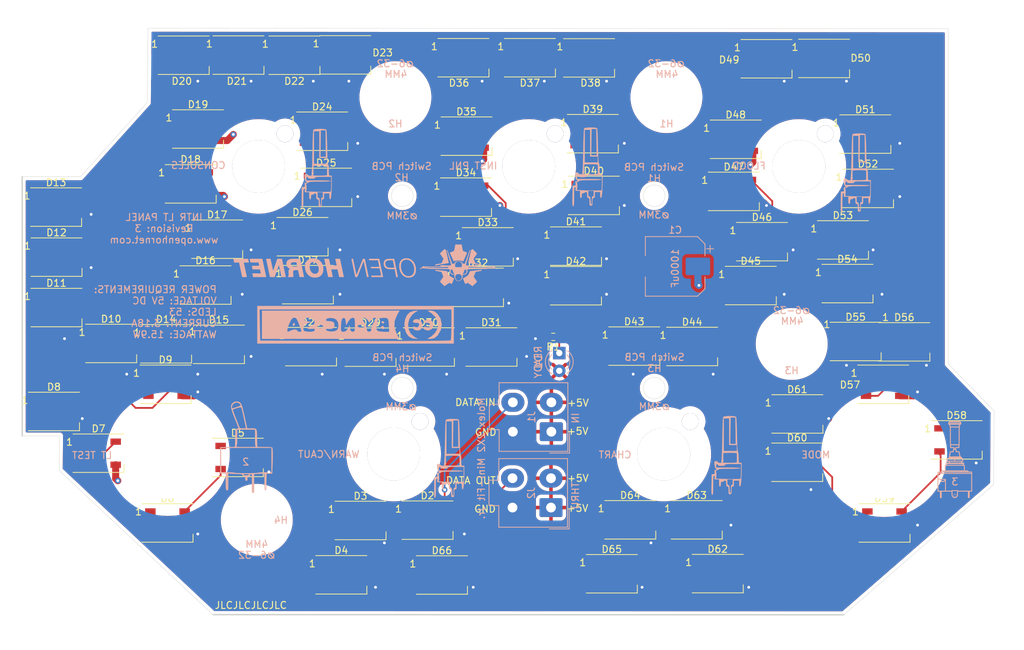
<source format=kicad_pcb>
(kicad_pcb (version 20211014) (generator pcbnew)
  (title_block (title "INTR LT PANEL") (date "2023-02-10") (rev "3"))
  (layers (0 "F.Cu" signal) (31 "B.Cu" signal) (34 "B.Paste" user) (35 "F.Paste" user) (36 "B.SilkS" user "B.Silkscreen") (37 "F.SilkS" user "F.Silkscreen") (38 "B.Mask" user) (39 "F.Mask" user) (44 "Edge.Cuts" user))
  (net 0 "")
  (net 1 "/LEDGND")
  (net 2 "/LED+5V")
  (net 3 "/DATAIN")
  (net 4 "/DATAOUT")
  (net 5 "Net-(D37-Pad2)")
  (net 6 "Net-(D1-Pad1)")
  (net 7 "Net-(D8-Pad2)")
  (net 8 "Net-(D7-Pad2)")
  (net 9 "Net-(D65-Pad2)")
  (net 10 "Net-(D64-Pad2)")
  (net 11 "Net-(D63-Pad2)")
  (net 12 "Net-(D62-Pad2)")
  (net 13 "Net-(D61-Pad2)")
  (net 14 "Net-(D60-Pad2)")
  (net 15 "Net-(D6-Pad2)")
  (net 16 "Net-(D59-Pad2)")
  (net 17 "Net-(D58-Pad2)")
  (net 18 "Net-(D57-Pad2)")
  (net 19 "Net-(D56-Pad2)")
  (net 20 "Net-(D55-Pad2)")
  (net 21 "Net-(D54-Pad2)")
  (net 22 "Net-(D53-Pad2)")
  (net 23 "Net-(D52-Pad2)")
  (net 24 "Net-(D51-Pad2)")
  (net 25 "Net-(D50-Pad2)")
  (net 26 "Net-(D5-Pad2)")
  (net 27 "Net-(D49-Pad2)")
  (net 28 "Net-(D48-Pad2)")
  (net 29 "Net-(D47-Pad2)")
  (net 30 "Net-(D46-Pad2)")
  (net 31 "Net-(D45-Pad2)")
  (net 32 "Net-(D44-Pad2)")
  (net 33 "Net-(D43-Pad2)")
  (net 34 "Net-(D42-Pad2)")
  (net 35 "Net-(D41-Pad2)")
  (net 36 "Net-(D40-Pad2)")
  (net 37 "Net-(D4-Pad2)")
  (net 38 "Net-(D39-Pad2)")
  (net 39 "Net-(D38-Pad2)")
  (net 40 "Net-(D36-Pad2)")
  (net 41 "Net-(D35-Pad2)")
  (net 42 "Net-(D34-Pad2)")
  (net 43 "Net-(D33-Pad2)")
  (net 44 "Net-(D32-Pad2)")
  (net 45 "Net-(D31-Pad2)")
  (net 46 "Net-(D30-Pad2)")
  (net 47 "Net-(D3-Pad2)")
  (net 48 "Net-(D29-Pad2)")
  (net 49 "Net-(D28-Pad2)")
  (net 50 "Net-(D27-Pad2)")
  (net 51 "Net-(D26-Pad2)")
  (net 52 "Net-(D25-Pad2)")
  (net 53 "Net-(D24-Pad2)")
  (net 54 "Net-(D23-Pad2)")
  (net 55 "Net-(D22-Pad2)")
  (net 56 "Net-(D21-Pad2)")
  (net 57 "Net-(D20-Pad2)")
  (net 58 "Net-(D2-Pad2)")
  (net 59 "Net-(D19-Pad2)")
  (net 60 "Net-(D18-Pad2)")
  (net 61 "Net-(D17-Pad2)")
  (net 62 "Net-(D16-Pad2)")
  (net 63 "Net-(D15-Pad2)")
  (net 64 "Net-(D14-Pad2)")
  (net 65 "Net-(D13-Pad2)")
  (net 66 "Net-(D12-Pad2)")
  (net 67 "Net-(D11-Pad2)")
  (net 68 "Net-(D10-Pad4)")
  (net 69 "Net-(D10-Pad2)")
  (footprint "OH_Footprints:LED_WS2812B_PLCC4_5.0x5.0mm_P3.2mm" (layer "F.Cu") (at 154.28 51.3588)
    (fp_text reference "D50")
    (fp_text value "WS2812B")
  )
  (footprint "OH_Footprints:LED_WS2812B_PLCC4_5.0x5.0mm_P3.2mm" (layer "F.Cu") (at 146.05 51.4096)
    (fp_text reference "D49")
    (fp_text value "WS2812B")
  )
  (footprint "OH_Footprints:LED_WS2812B_PLCC4_5.0x5.0mm_P3.2mm" (layer "F.Cu") (at 120.687 51.2828)
    (fp_text reference "D38")
    (fp_text value "WS2812B")
  )
  (footprint "OH_Footprints:LED_WS2812B_PLCC4_5.0x5.0mm_P3.2mm" (layer "F.Cu") (at 112.231 51.257)
    (fp_text reference "D37")
    (fp_text value "WS2812B")
  )
  (footprint "OH_Footprints:LED_WS2812B_PLCC4_5.0x5.0mm_P3.2mm" (layer "F.Cu") (at 102.729 51.257)
    (fp_text reference "D36")
    (fp_text value "WS2812B")
  )
  (footprint "OH_Footprints:LED_WS2812B_PLCC4_5.0x5.0mm_P3.2mm" (layer "F.Cu") (at 85.8404 50.8506)
    (fp_text reference "D23")
    (fp_text value "WS2812B")
  )
  (footprint "OH_Footprints:LED_WS2812B_PLCC4_5.0x5.0mm_P3.2mm" (layer "F.Cu") (at 78.576 50.9018)
    (fp_text reference "D22")
    (fp_text value "WS2812B")
  )
  (footprint "OH_Footprints:LED_WS2812B_PLCC4_5.0x5.0mm_P3.2mm" (layer "F.Cu") (at 70.5728 50.876)
    (fp_text reference "D21")
    (fp_text value "WS2812B")
  )
  (footprint "OH_Footprints:LED_WS2812B_PLCC4_5.0x5.0mm_P3.2mm" (layer "F.Cu") (at 62.7496 50.9014)
    (fp_text reference "D20")
    (fp_text value "WS2812B")
  )
  (footprint "OH_Footprints:LED_WS2812B_PLCC4_5.0x5.0mm_P3.2mm" (layer "F.Cu") (at 44.5146 72.6184)
    (fp_text reference "D13")
    (fp_text value "WS2812B")
  )
  (footprint "OH_Footprints:LED_WS2812B_PLCC4_5.0x5.0mm_P3.2mm" (layer "F.Cu") (at 44.577 79.7814)
    (fp_text reference "D12")
    (fp_text value "WS2812B")
  )
  (footprint "OH_Footprints:LED_WS2812B_PLCC4_5.0x5.0mm_P3.2mm" (layer "F.Cu") (at 44.5654 86.9948)
    (fp_text reference "D11")
    (fp_text value "WS2812B")
  )
  (footprint "OH_Footprints:LED_WS2812B_PLCC4_5.0x5.0mm_P3.2mm" (layer "F.Cu") (at 44.2098 101.854)
    (fp_text reference "D8")
    (fp_text value "WS2812B")
  )
  (footprint "OH_Footprints:LED_WS2812B_PLCC4_5.0x5.0mm_P3.2mm" (layer "F.Cu") (at 52.3864 92.1256)
    (fp_text reference "D10")
    (fp_text value "WS2812B")
  )
  (footprint "OH_Footprints:LED_WS2812B_PLCC4_5.0x5.0mm_P3.2mm" (layer "F.Cu") (at 60.235 92.1764)
    (fp_text reference "D14")
    (fp_text value "WS2812B")
  )
  (footprint "OH_Footprints:LED_WS2812B_PLCC4_5.0x5.0mm_P3.2mm" (layer "F.Cu") (at 67.781 92.2526)
    (fp_text reference "D15")
    (fp_text value "WS2812B")
  )
  (footprint "OH_Footprints:LED_WS2812B_PLCC4_5.0x5.0mm_P3.2mm" (layer "F.Cu") (at 65.8738 83.769)
    (fp_text reference "D16")
    (fp_text value "WS2812B")
  )
  (footprint "OH_Footprints:LED_WS2812B_PLCC4_5.0x5.0mm_P3.2mm" (layer "F.Cu") (at 67.5386 77.216)
    (fp_text reference "D17")
    (fp_text value "WS2812B")
  )
  (footprint "OH_Footprints:LED_WS2812B_PLCC4_5.0x5.0mm_P3.2mm" (layer "F.Cu") (at 79.7422 76.8602)
    (fp_text reference "D26")
    (fp_text value "WS2812B")
  )
  (footprint "OH_Footprints:LED_WS2812B_PLCC4_5.0x5.0mm_P3.2mm" (layer "F.Cu") (at 80.4926 83.7184)
    (fp_text reference "D27")
    (fp_text value "WS2812B")
  )
  (footprint "OH_Footprints:LED_WS2812B_PLCC4_5.0x5.0mm_P3.2mm" (layer "F.Cu") (at 80.9498 92.583)
    (fp_text reference "D28")
    (fp_text value "WS2812B")
  )
  (footprint "OH_Footprints:LED_WS2812B_PLCC4_5.0x5.0mm_P3.2mm" (layer "F.Cu") (at 89.4472 92.659)
    (fp_text reference "D29")
    (fp_text value "WS2812B")
  )
  (footprint "OH_Footprints:LED_WS2812B_PLCC4_5.0x5.0mm_P3.2mm" (layer "F.Cu") (at 97.79 92.6338)
    (fp_text reference "D30")
    (fp_text value "WS2812B")
  )
  (footprint "OH_Footprints:LED_WS2812B_PLCC4_5.0x5.0mm_P3.2mm" (layer "F.Cu") (at 106.731 92.6338)
    (fp_text reference "D31")
    (fp_text value "WS2812B")
  )
  (footprint "OH_Footprints:LED_WS2812B_PLCC4_5.0x5.0mm_P3.2mm" (layer "F.Cu") (at 104.812 84.0992)
    (fp_text reference "D32")
    (fp_text value "WS2812B")
  )
  (footprint "OH_Footprints:LED_WS2812B_PLCC4_5.0x5.0mm_P3.2mm" (layer "F.Cu") (at 106.211 78.308)
    (fp_text reference "D33")
    (fp_text value "WS2812B")
  )
  (footprint "OH_Footprints:LED_WS2812B_PLCC4_5.0x5.0mm_P3.2mm" (layer "F.Cu") (at 118.821 78.2066)
    (fp_text reference "D41")
    (fp_text value "WS2812B")
  )
  (footprint "OH_Footprints:LED_WS2812B_PLCC4_5.0x5.0mm_P3.2mm" (layer "F.Cu") (at 118.81 83.871)
    (fp_text reference "D42")
    (fp_text value "WS2812B")
  )
  (footprint "OH_Footprints:LED_WS2812B_PLCC4_5.0x5.0mm_P3.2mm" (layer "F.Cu") (at 127.152 92.5068)
    (fp_text reference "D43")
    (fp_text value "WS2812B")
  )
  (footprint "OH_Footprints:LED_WS2812B_PLCC4_5.0x5.0mm_P3.2mm" (layer "F.Cu") (at 135.421 92.5574)
    (fp_text reference "D44")
    (fp_text value "WS2812B")
  )
  (footprint "OH_Footprints:LED_WS2812B_PLCC4_5.0x5.0mm_P3.2mm" (layer "F.Cu") (at 143.801 83.8452)
    (fp_text reference "D45")
    (fp_text value "WS2812B")
  )
  (footprint "OH_Footprints:LED_WS2812B_PLCC4_5.0x5.0mm_P3.2mm" (layer "F.Cu") (at 145.403 77.5714)
    (fp_text reference "D46")
    (fp_text value "WS2812B")
  )
  (footprint "OH_Footprints:LED_WS2812B_PLCC4_5.0x5.0mm_P3.2mm" (layer "F.Cu") (at 156.972 77.3176)
    (fp_text reference "D53")
    (fp_text value "WS2812B")
  )
  (footprint "OH_Footprints:LED_WS2812B_PLCC4_5.0x5.0mm_P3.2mm" (layer "F.Cu") (at 157.621 83.5658)
    (fp_text reference "D54")
    (fp_text value "WS2812B")
  )
  (footprint "OH_Footprints:LED_WS2812B_PLCC4_5.0x5.0mm_P3.2mm" (layer "F.Cu") (at 158.789 91.8462)
    (fp_text reference "D55")
    (fp_text value "WS2812B")
  )
  (footprint "OH_Footprints:LED_WS2812B_PLCC4_5.0x5.0mm_P3.2mm" (layer "F.Cu") (at 165.749 91.8974)
    (fp_text reference "D56")
    (fp_text value "WS2812B")
  )
  (footprint "OH_Footprints:LED_WS2812B_PLCC4_5.0x5.0mm_P3.2mm" (layer "F.Cu") (at 162.726 97.9676)
    (fp_text reference "D57")
    (fp_text value "WS2812B")
  )
  (footprint "OH_Footprints:LED_WS2812B_PLCC4_5.0x5.0mm_P3.2mm" (layer "F.Cu") (at 173.228 105.918)
    (fp_text reference "D58")
    (fp_text value "WS2812B")
  )
  (footprint "OH_Footprints:LED_WS2812B_PLCC4_5.0x5.0mm_P3.2mm" (layer "F.Cu") (at 162.916 117.805)
    (fp_text reference "D59")
    (fp_text value "WS2812B")
  )
  (footprint "OH_Footprints:LED_WS2812B_PLCC4_5.0x5.0mm_P3.2mm" (layer "F.Cu") (at 150.433 109.119)
    (fp_text reference "D60")
    (fp_text value "WS2812B")
  )
  (footprint "OH_Footprints:LED_WS2812B_PLCC4_5.0x5.0mm_P3.2mm" (layer "F.Cu") (at 150.458 102.21)
    (fp_text reference "D61")
    (fp_text value "WS2812B")
  )
  (footprint "OH_Footprints:LED_WS2812B_PLCC4_5.0x5.0mm_P3.2mm" (layer "F.Cu") (at 139.079 125.044)
    (fp_text reference "D62")
    (fp_text value "WS2812B")
  )
  (footprint "OH_Footprints:LED_WS2812B_PLCC4_5.0x5.0mm_P3.2mm" (layer "F.Cu") (at 136.075 117.348)
    (fp_text reference "D63")
    (fp_text value "WS2812B")
  )
  (footprint "OH_Footprints:LED_WS2812B_PLCC4_5.0x5.0mm_P3.2mm" (layer "F.Cu") (at 126.575 117.348)
    (fp_text reference "D64")
    (fp_text value "WS2812B")
  )
  (footprint "OH_Footprints:LED_WS2812B_PLCC4_5.0x5.0mm_P3.2mm" (layer "F.Cu") (at 123.94 125.069)
    (fp_text reference "D65")
    (fp_text value "WS2812B")
  )
  (footprint "OH_Footprints:LED_WS2812B_PLCC4_5.0x5.0mm_P3.2mm" (layer "F.Cu") (at 99.658 125.247)
    (fp_text reference "D66")
    (fp_text value "WS2812B")
  )
  (footprint "OH_Footprints:LED_WS2812B_PLCC4_5.0x5.0mm_P3.2mm" (layer "F.Cu") (at 97.6006 117.399)
    (fp_text reference "D2")
    (fp_text value "WS2812B")
  )
  (footprint "OH_Footprints:LED_WS2812B_PLCC4_5.0x5.0mm_P3.2mm" (layer "F.Cu") (at 88.0248 117.449)
    (fp_text reference "D3")
    (fp_text value "WS2812B")
  )
  (footprint "OH_Footprints:LED_WS2812B_PLCC4_5.0x5.0mm_P3.2mm" (layer "F.Cu") (at 85.2816 125.222)
    (fp_text reference "D4")
    (fp_text value "WS2812B")
  )
  (footprint "OH_Footprints:LED_WS2812B_PLCC4_5.0x5.0mm_P3.2mm" (layer "F.Cu") (at 70.485 108.433)
    (fp_text reference "D5")
    (fp_text value "WS2812B")
  )
  (footprint "OH_Footprints:LED_WS2812B_PLCC4_5.0x5.0mm_P3.2mm" (layer "F.Cu") (at 60.161 97.9676)
    (fp_text reference "D9")
    (fp_text value "WS2812B")
  )
  (footprint "OH_Footprints:LED_WS2812B_PLCC4_5.0x5.0mm_P3.2mm" (layer "F.Cu") (at 50.583 107.823)
    (fp_text reference "D7")
    (fp_text value "WS2812B")
  )
  (footprint "OH_Footprints:631H_Toggle_Silkscreen" (layer "F.Cu") (at 71.6788 106.934)
    (fp_text reference "G1" hide)
    (fp_text value "LOGO" hide)
  )
  (footprint "OH_Footprints:LED_WS2812B_PLCC4_5.0x5.0mm_P3.2mm" (layer "F.Cu") (at 60.4404 117.805)
    (fp_text reference "D6")
    (fp_text value "WS2812B")
  )
  (footprint "OH_Footprints:631H_Toggle_13mm_x_13mm" (layer "F.Cu") (at 60.5028 107.95)
    (fp_text reference "5" hide)
    (fp_text value "631H_Toggle_13mm_x_13mm" hide)
  )
  (footprint "OH_Footprints:BR10K_Pot_11mm_x_11mm" (layer "F.Cu") (at 92.7608 107.95 141)
    (fp_text reference "4" hide)
    (fp_text value "BR10K_Pot_11mm_x_11mm" hide)
  )
  (footprint "OH_Footprints:SxAL_Toggle_13x13mm" (layer "F.Cu") (at 162.8648 107.95)
    (fp_text reference "2" hide)
    (fp_text value "SxAL_Toggle_13x13mm" hide)
  )
  (footprint "OH_Footprints:OH_Panel_6-32_PHS" (layer "F.Cu") (at 73.2028 117.348)
    (fp_text reference "1" hide)
    (fp_text value "OH_Panel_Fastner_Keepout" hide)
  )
  (footprint "OH_Footprints:OH_Panel_6-32_PHS" (layer "F.Cu") (at 149.6568 92.202)
    (fp_text reference "6" hide)
    (fp_text value "OH_Panel_Fastner_Keepout" hide)
  )
  (footprint "OH_Footprints:OH_Panel_6-32_PHS" (layer "F.Cu") (at 93.0148 56.896)
    (fp_text reference "11" hide)
    (fp_text value "OH_Panel_Fastner_Keepout" hide)
  )
  (footprint "OH_Footprints:OH_Panel_6-32_PHS" (layer "F.Cu") (at 131.7498 56.896)
    (fp_text reference "10" hide)
    (fp_text value "OH_Panel_Fastner_Keepout" hide)
  )
  (footprint "OH_Footprints:BR10K_Pot_11mm_x_11mm" (layer "F.Cu") (at 73.4568 66.802 141)
    (fp_text reference "9" hide)
    (fp_text value "BR10K_Pot_11mm_x_11mm" hide)
  )
  (footprint "OH_Footprints:BR10K_Pot_11mm_x_11mm" (layer "F.Cu") (at 112.0648 66.802 141)
    (fp_text reference "8" hide)
    (fp_text value "BR10K_Pot_11mm_x_11mm" hide)
  )
  (footprint "OH_Footprints:BR10K_Pot_11mm_x_11mm" (layer "F.Cu") (at 150.6728 66.802 141)
    (fp_text reference "7" hide)
    (fp_text value "BR10K_Pot_11mm_x_11mm" hide)
  )
  (footprint "OH_Footprints:BR10K_Pot_11mm_x_11mm" (layer "F.Cu") (at 131.3688 107.95 141)
    (fp_text reference "3" hide)
    (fp_text value "BR10K_Pot_11mm_x_11mm" hide)
  )
  (footprint "OH_Footprints:LED_WS2812B_PLCC4_5.0x5.0mm_P3.2mm" (layer "F.Cu") (at 63.75 69.3)
    (fp_text reference "D18")
    (fp_text value "WS2812B")
  )
  (footprint "OH_Footprints:LED_WS2812B_PLCC4_5.0x5.0mm_P3.2mm" (layer "F.Cu") (at 64.8 61.45)
    (fp_text reference "D19")
    (fp_text value "WS2812B")
  )
  (footprint "OH_Footprints:LED_WS2812B_PLCC4_5.0x5.0mm_P3.2mm" (layer "F.Cu") (at 82.55 61.775)
    (fp_text reference "D24")
    (fp_text value "WS2812B")
  )
  (footprint "OH_Footprints:LED_WS2812B_PLCC4_5.0x5.0mm_P3.2mm" (layer "F.Cu") (at 83.125 69.8)
    (fp_text reference "D25")
    (fp_text value "WS2812B")
  )
  (footprint "OH_Footprints:LED_WS2812B_PLCC4_5.0x5.0mm_P3.2mm" (layer "F.Cu") (at 103.1 71.2)
    (fp_text reference "D34")
    (fp_text value "WS2812B")
  )
  (footprint "OH_Footprints:LED_WS2812B_PLCC4_5.0x5.0mm_P3.2mm" (layer "F.Cu") (at 103.175 62.475)
    (fp_text reference "D35")
    (fp_text value "WS2812B")
  )
  (footprint "OH_Footprints:LED_WS2812B_PLCC4_5.0x5.0mm_P3.2mm" (layer "F.Cu") (at 121.225 62.125)
    (fp_text reference "D39")
    (fp_text value "WS2812B")
  )
  (footprint "OH_Footprints:LED_WS2812B_PLCC4_5.0x5.0mm_P3.2mm" (layer "F.Cu") (at 121.375 70.95)
    (fp_text reference "D40")
    (fp_text value "WS2812B")
  )
  (footprint "OH_Footprints:LED_WS2812B_PLCC4_5.0x5.0mm_P3.2mm" (layer "F.Cu") (at 141.375 70.375)
    (fp_text reference "D47")
    (fp_text value "WS2812B")
  )
  (footprint "OH_Footprints:LED_WS2812B_PLCC4_5.0x5.0mm_P3.2mm" (layer "F.Cu") (at 141.65 62.925)
    (fp_text reference "D48")
    (fp_text value "WS2812B")
  )
  (footprint "OH_Footprints:LED_WS2812B_PLCC4_5.0x5.0mm_P3.2mm" (layer "F.Cu") (at 160.175 62.175)
    (fp_text reference "D51")
    (fp_text value "WS2812B")
  )
  (footprint "OH_Footprints:LED_WS2812B_PLCC4_5.0x5.0mm_P3.2mm" (layer "F.Cu") (at 160.55 69.95)
    (fp_text reference "D52")
    (fp_text value "WS2812B")
  )
  (footprint "OH_Footprints:BR10K_Pot_Silkscreen" (layer "F.Cu") (at 140.375 108.1)
    (fp_text reference "G6" hide)
    (fp_text value "LOGO" hide)
  )
  (footprint "OH_Footprints:BR10K_Pot_Silkscreen" (layer "F.Cu") (at 100.7364 108.5088)
    (fp_text reference "G7" hide)
    (fp_text value "LOGO" hide)
  )
  (footprint "OH_Footprints:BR10K_Pot_Silkscreen" (layer "F.Cu") (at 81.8 67.025)
    (fp_text reference "G2" hide)
    (fp_text value "LOGO" hide)
  )
  (footprint "OH_Footprints:BR10K_Pot_Silkscreen" (layer "F.Cu") (at 120.5 66.825)
    (fp_text reference "G3" hide)
    (fp_text value "LOGO" hide)
  )
  (footprint "OH_Footprints:BR10K_Pot_Silkscreen" (layer "F.Cu") (at 158.85 67.675)
    (fp_text reference "G4" hide)
    (fp_text value "LOGO" hide)
  )
  (footprint "OH_Footprints:R_0603_1608Metric" (layer "F.Cu") (at 115.57 91.186 180)
    (fp_text reference "R1")
    (fp_text value "R")
  )
  (footprint "OH_Footprints:CP_Elec_8x10" (layer "B.Cu") (at 132.996 81.1022 180)
    (fp_text reference "C1")
    (fp_text value "C_Polarized")
  )
  (footprint "OH_Footprints:LED_D3.0mm" (layer "B.Cu") (at 116.434 93.4974 -90)
    (fp_text reference "D1")
    (fp_text value "LED")
  )
  (footprint "OH_Footprints:Molex_Mini-Fit_Jr_5566-04A_2x02_P4.20mm_Vertical" (layer "B.Cu") (at 115.3 104.75 90)
    (fp_text reference "J1")
    (fp_text value "Conn_01x04_Female")
  )
  (footprint "OH_Footprints:Molex_Mini-Fit_Jr_5566-04A_2x02_P4.20mm_Vertical" (layer "B.Cu") (at 115.25 115.6 90)
    (fp_text reference "J2")
    (fp_text value "Conn_01x04_Female")
  )
  (footprint "OH_Footprints:S3ALToggle" (layer "B.Cu") (at 173.101 108.839 180)
    (fp_text reference "G5" hide)
    (fp_text value "LOGO" hide)
  )
  (footprint "OH_Footprints:OH_LOGO_37.7mm_5.9mm" (layer "B.Cu") (at 88.7 80.95 180)
    (fp_text reference "G8" hide)
    (fp_text value "LOGO" hide)
  )
  (footprint "OH_Footprints:CC-BY-NC-SA-Small" (layer "B.Cu") (at 87.4 89.45 180)
    (fp_text reference "G9" hide)
    (fp_text value "LOGO" hide)
  )
  (gr_circle (center 130 71) (end 131.55 71) (layer "Edge.Cuts") (width 0.05) (fill none))
  (gr_line (start 57.5564 57.658) (end 48.006 68.2752) (layer "Edge.Cuts") (width 0.05))
  (gr_line (start 39.6748 105.3592) (end 39.6748 68.2752) (layer "Edge.Cuts") (width 0.2))
  (gr_circle (center 94 71) (end 95.55 71) (layer "Edge.Cuts") (width 0.05) (fill none))
  (gr_circle (center 130 98.5) (end 131.55 98.5) (layer "Edge.Cuts") (width 0.05) (fill none))
  (gr_line (start 45.0088 105.3592) (end 44.958 110.2868) (layer "Edge.Cuts") (width 0.05))
  (gr_line (start 178.5874 101.8032) (end 172.0342 95.0468) (layer "Edge.Cuts") (width 0.05))
  (gr_line (start 44.958 110.2868) (end 66.929 130.9116) (layer "Edge.Cuts") (width 0.05))
  (gr_line (start 178.5112 112.3188) (end 178.5874 101.8032) (layer "Edge.Cuts") (width 0.05))
  (gr_line (start 39.6748 105.3592) (end 45.0088 105.3592) (layer "Edge.Cuts") (width 0.05))
  (gr_circle (center 94 98.5) (end 95.55 98.5) (layer "Edge.Cuts") (width 0.05) (fill none))
  (gr_line (start 57.658 47.0408) (end 57.5564 57.658) (layer "Edge.Cuts") (width 0.05))
  (gr_line (start 48.006 68.2752) (end 39.6748 68.2752) (layer "Edge.Cuts") (width 0.05))
  (gr_line (start 172.0342 47.117) (end 57.658 47.0408) (layer "Edge.Cuts") (width 0.05))
  (gr_line (start 157.099 130.937) (end 178.5112 112.3188) (layer "Edge.Cuts") (width 0.05))
  (gr_line (start 157.099 130.937) (end 66.929 130.9116) (layer "Edge.Cuts") (width 0.2))
  (gr_line (start 172.0342 95.0468) (end 172.0342 47.117) (layer "Edge.Cuts") (width 0.05))
  (gr_text "Switch PCB\nH3" (at 130.048 94.8944) (layer "B.SilkS") (effects (font (size 1 1)) (justify mirror)))
  (gr_text "⌀3MM" (at 94.0054 73.8632) (layer "B.SilkS") (effects (font (size 1 1)) (justify mirror)))
  (gr_text "Switch PCB\nH1" (at 129.9718 67.7164) (layer "B.SilkS") (effects (font (size 1 1)) (justify mirror)))
  (gr_text "⌀3MM" (at 93.853 101.1682) (layer "B.SilkS") (effects (font (size 1 1)) (justify mirror)))
  (gr_text "INST PNL" (at 104.14 66.7258) (layer "B.SilkS") (effects (font (size 1 1)) (justify mirror)))
  (gr_text "MODE" (at 153.0858 108.0516) (layer "B.SilkS") (effects (font (size 1 1)) (justify mirror)))
  (gr_text "IN" (at 118.75 102.8 90) (layer "B.SilkS") (effects (font (size 1 1)) (justify mirror)))
  (gr_text "1000uF" (at 132.9944 81.407 90) (layer "B.SilkS") (effects (font (size 1 1)) (justify mirror)))
  (gr_text "2" (at 71.628 109.0676) (layer "B.SilkS") (effects (font (size 1 1)) (justify mirror)))
  (gr_text "⌀3MM" (at 130.048 101.1428) (layer "B.SilkS") (effects (font (size 1 1)) (justify mirror)))
  (gr_text "LT TEST" (at 49.657 108.1278) (layer "B.SilkS") (effects (font (size 1 1)) (justify mirror)))
  (gr_text "READY" (at 113.411 94.7928 90) (layer "B.SilkS") (effects (font (size 1 1)) (justify mirror)))
  (gr_text "Switch PCB\nH2" (at 93.9038 67.5894) (layer "B.SilkS") (effects (font (size 1 1)) (justify mirror)))
  (gr_text "THRU" (at 118.75 113.9 90) (layer "B.SilkS") (effects (font (size 1 1)) (justify mirror)))
  (gr_text "CONSOLES" (at 64.8462 66.6496) (layer "B.SilkS") (effects (font (size 1 1)) (justify mirror)))
  (gr_text "FLOOD" (at 143.5354 66.7258) (layer "B.SilkS") (effects (font (size 1 1)) (justify mirror)))
  (gr_text "Molex 2X2 Mini-Fit Jr." (at 105.3 108.5596 90) (layer "B.SilkS") (effects (font (size 1 1)) (justify mirror)))
  (gr_text "Switch PCB\nH4" (at 94.0054 94.9452) (layer "B.SilkS") (effects (font (size 1 1)) (justify mirror)))
  (gr_text "INTR LT PANEL\nRevision: 3\nwww.openhornet.com" (at 59.944 75.692) (layer "B.SilkS") (effects (font (size 1 1)) (justify mirror)))
  (gr_text "POWER REQUIREMENTS:\nVOLTAGE: 5V DC\nLEDS: 53\nCURRENT: 3.18A\nWATTAGE: 15.9W" (at 67.564 87.63) (layer "B.SilkS") (effects (font (size 1 1)) (justify left mirror)))
  (gr_text "⌀3MM" (at 129.9972 73.7362) (layer "B.SilkS") (effects (font (size 1 1)) (justify mirror)))
  (gr_text "CHART" (at 124.4092 108.0516) (layer "B.SilkS") (effects (font (size 1 1)) (justify mirror)))
  (gr_text "WARN/CAUT" (at 83.4898 107.9754) (layer "B.SilkS") (effects (font (size 1 1)) (justify mirror)))
  (gr_text "+5V" (at 119.05 115.7) (layer "F.SilkS") (effects (font (size 1 1))))
  (gr_text "GND" (at 105.825 115.8) (layer "F.SilkS") (effects (font (size 1 1))))
  (gr_text "DATA OUT" (at 103.8 111.725) (layer "F.SilkS") (effects (font (size 1 1))))
  (gr_text "+5V" (at 119.125 100.625) (layer "F.SilkS") (effects (font (size 1 1))))
  (gr_text "GND" (at 105.925 104.825) (layer "F.SilkS") (effects (font (size 1 1))))
  (gr_text "+5V" (at 119.1 111.4) (layer "F.SilkS") (effects (font (size 1 1))))
  (gr_text "DATA IN" (at 104.45 100.55) (layer "F.SilkS") (effects (font (size 1 1))))
  (gr_text "+5V" (at 119.075 104.675) (layer "F.SilkS") (effects (font (size 1 1))))
  (gr_text "JLCJLCJLCJLC" (at 72.35 129.575) (layer "F.SilkS") (effects (font (size 1 1))))
  (segment (start 114.681 54.229) (end 114.3 54.61) (width 1) (layer "F.Cu") (net 1))
  (segment (start 53.033 111.453) (end 53.34 111.76) (width 1) (layer "F.Cu") (net 1))
  (segment (start 137.871 95.961) (end 138.43 96.52) (width 1) (layer "F.Cu") (net 1))
  (segment (start 87.3 71.45) (end 87.63 71.12) (width 1) (layer "F.Cu") (net 1))
  (segment (start 111.4562 94.2838) (end 111.76 93.98) (width 1) (layer "F.Cu") (net 1))
  (segment (start 73.0228 52.526) (end 73.0228 53.9772) (width 1) (layer "F.Cu") (net 1))
  (segment (start 114.681 52.907) (end 114.681 54.229) (width 1) (layer "F.Cu") (net 1))
  (segment (start 168.199 94.539) (end 168.91 95.25) (width 1) (layer "F.Cu") (net 1))
  (segment (start 91.8972 94.309) (end 91.8972 96.0628) (width 1) (layer "F.Cu") (net 1))
  (segment (start 176.022 109.22) (end 175.678 108.876) (width 1) (layer "F.Cu") (net 1))
  (segment (start 152.883 110.769) (end 152.883 112.547) (width 1) (layer "F.Cu") (net 1))
  (segment (start 64.77 95.9114) (end 64.77 96.52) (width 1) (layer "F.Cu") (net 1))
  (segment (start 175.678 108.876) (end 175.678 107.568) (width 1) (layer "F.Cu") (net 1))
  (segment (start 129.025 118.998) (end 129.025 120.135) (width 1) (layer "F.Cu") (net 1))
  (segment (start 105.625 65.825) (end 105.41 66.04) (width 1) (layer "F.Cu") (net 1))
  (segment (start 146.251 85.4952) (end 148.1848 85.4952) (width 1) (layer "F.Cu") (net 1))
  (segment (start 64.2124 99.6176) (end 64.77 99.06) (width 1) (layer "F.Cu") (net 1))
  (segment (start 102.539 119.049) (end 102.87 119.38) (width 1) (layer "F.Cu") (net 1))
  (segment (start 69.9886 78.866) (end 72.264 78.866) (width 1) (layer "F.Cu") (net 1))
  (segment (start 123.675 63.775) (end 125.455 63.775) (width 1) (layer "F.Cu") (net 1))
  (segment (start 149.3786 79.2214) (end 149.86 78.74) (width 1) (layer "F.Cu") (net 1))
  (segment (start 148.5 54.52) (end 148.59 54.61) (width 1) (layer "F.Cu") (net 1))
  (segment (start 46.9646 74.2684) (end 48.9216 74.2684) (width 1) (layer "F.Cu") (net 1))
  (segment (start 123.825 72.6) (end 125.52 72.6) (width 1) (layer "F.Cu") (net 1))
  (segment (start 70.791 85.419) (end 71.12 85.09) (width 1) (layer "F.Cu") (net 1))
  (segment (start 68.3238 85.419) (end 70.791 85.419) (width 1) (layer "F.Cu") (net 1))
  (segment (start 167.0824 99.6176) (end 167.64 99.06) (width 1) (layer "F.Cu") (net 1))
  (segment (start 152.908 103.86) (end 153.95 103.86) (width 1) (layer "F.Cu") (net 1))
  (segment (start 74.523 110.083) (end 74.93 110.49) (width 1) (layer "F.Cu") (net 1))
  (segment (start 164.775 63.825) (end 165.1 63.5) (width 1) (layer "F.Cu") (net 1))
  (segment (start 62.685 93.8264) (end 64.77 95.9114) (width 1) (layer "F.Cu") (net 1))
  (segment (start 144.1 64.575) (end 144.1 66.212) (width 1) (layer "F.Cu") (net 1))
  (segment (start 143.204 126.694) (end 143.51 127) (width 1) (layer "F.Cu") (net 1))
  (segment (start 129.3632 94.1568) (end 127 96.52) (width 1) (layer "F.Cu") (net 1))
  (segment (start 110.438 79.958) (end 110.49 80.01) (width 1) (layer "F.Cu") (net 1))
  (segment (start 53.033 109.473) (end 53.033 111.453) (width 1) (layer "F.Cu") (net 1))
  (segment (start 141.529 126.694) (end 143.204 126.694) (width 1) (layer "F.Cu") (net 1))
  (segment (start 83.3998 94.233) (end 83.3998 95.6702) (width 1) (layer "F.Cu") (net 1))
  (segment (start 152.883 112.547) (end 152.4 113.03) (width 1) (layer "F.Cu") (net 1))
  (segment (start 163 71.6) (end 164.62 71.6) (width 1) (layer "F.Cu") (net 1))
  (segment (start 137.871 94.2074) (end 137.871 95.961) (width 1) (layer "F.Cu") (net 1))
  (segment (start 100.24 94.2838) (end 100.24 96.43) (width 1) (layer "F.Cu") (net 1))
  (segment (start 66.2 70.95) (end 68.41 70.95) (width 1) (layer "F.Cu") (net 1))
  (segment (start 72.264 78.866) (end 72.39 78.74) (width 1) (layer "F.Cu") (net 1))
  (segment (start 90.4748 119.6848) (end 91.44 120.65) (width 1) (layer "F.Cu") (net 1))
  (segment (start 84.8116 85.3684) (end 85.09 85.09) (width 1) (layer "F.Cu") (net 1))
  (segment (start 161.239 93.4962) (end 159.2338 93.4962) (width 1) (layer "F.Cu") (net 1))
  (segment (start 159.422 78.9676) (end 161.0624 78.9676) (width 1) (layer "F.Cu") (net 1))
  (segment (start 73.0228 53.9772) (end 72.39 54.61) (width 1) (layer "F.Cu") (net 1))
  (segment (start 164.62 71.6) (end 165.1 71.12) (width 1) (layer "F.Cu") (net 1))
  (segment (start 123.137 54.557) (end 123.19 54.61) (width 1) (layer "F.Cu") (net 1))
  (segment (start 148.5 53.0596) (end 148.5 54.52) (width 1) (layer "F.Cu") (net 1))
  (segment (start 165.176 99.6176) (end 167.0824 99.6176) (width 1) (layer "F.Cu") (net 1))
  (segment (start 62.611 99.6176) (end 64.2124 99.6176) (width 1) (layer "F.Cu") (net 1))
  (segment (start 54.8364 93.7756) (end 54.8364 96.2936) (width 1) (layer "F.Cu") (net 1))
  (segment (start 121.271 79.8566) (end 123.0366 79.8566) (width 1) (layer "F.Cu") (net 1))
  (segment (start 82.9426 85.3684) (end 84.8116 85.3684) (width 1) (layer "F.Cu") (net 1))
  (segment (start 65.1996 52.5514) (end 65.1996 54.1804) (width 1) (layer "F.Cu") (net 1))
  (segment (start 90.042 126.872) (end 90.17 127) (width 1) (layer "F.Cu") (net 1))
  (segment (start 166.295 119.455) (end 167.64 118.11) (width 1) (layer "F.Cu") (net 1))
  (segment (start 127.989 126.719) (end 128.27 127) (width 1) (layer "F.Cu") (net 1))
  (segment (start 47.626 103.504) (end 48.26 102.87) (width 1) (layer "F.Cu") (net 1))
  (segment (start 54.8364 96.2936) (end 54.61 96.52) (width 1) (layer "F.Cu") (net 1))
  (segment (start 113.284 91.186) (end 113.03 91.44) (width 1) (layer "F.Cu") (net 1))
  (segment (start 114.745 91.186) (end 113.284 91.186) (width 1) (layer "F.Cu") (net 1))
  (segment (start 165.366 119.455) (end 166.295 119.455) (width 1) (layer "F.Cu") (net 1))
  (segment (start 121.26 85.521) (end 122.759 85.521) (width 1) (layer "F.Cu") (net 1))
  (segment (start 49.3786 81.4314) (end 49.53 81.28) (width 1) (layer "F.Cu") (net 1))
  (segment (start 83.3998 95.6702) (end 82.55 96.52) (width 1) (layer "F.Cu") (net 1))
  (segment (start 84.8602 78.5102) (end 85.09 78.74) (width 1) (layer "F.Cu") (net 1))
  (segment (start 64.695 119.455) (end 64.77 119.38) (width 1) (layer "F.Cu") (net 1))
  (segment (start 48.9216 74.2684) (end 49.53 73.66) (width 1) (layer "F.Cu") (net 1))
  (segment (start 90.4748 119.099) (end 90.4748 119.6848) (width 1) (layer "F.Cu") (net 1))
  (segment (start 129.602 94.1568) (end 129.3632 94.1568) (width 1) (layer "F.Cu") (net 1))
  (segment (start 108.6092 85.7492) (end 109.22 86.36) (width 1) (layer "F.Cu") (net 1))
  (segment (start 100.0506 119.049) (end 102.539 119.049) (width 1) (layer "F.Cu") (net 1))
  (segment (start 147.853 79.2214) (end 149.3786 79.2214) (width 1) (layer "F.Cu") (net 1))
  (segment (start 100.24 96.43) (end 100.33 96.52) (width 1) (layer "F.Cu") (net 1))
  (segment (start 148.1848 85.4952) (end 148.59 85.09) (width 1) (layer "F.Cu") (net 1))
  (segment (start 47.0154 90.1446) (end 45.72 91.44) (width 1) (layer "F.Cu") (net 1))
  (segment (start 46.6598 103.504) (end 47.626 103.504) (width 1) (layer "F.Cu") (net 1))
  (segment (start 160.071 85.2158) (end 162.4342 85.2158) (width 1) (layer "F.Cu") (net 1))
  (segment (start 105.55 72.85) (end 107.49 72.85) (width 1) (layer "F.Cu") (net 1))
  (segment (start 145.685 72.025) (end 146.05 72.39) (width 1) (layer "F.Cu") (net 1))
  (segment (start 122.759 85.521) (end 123.19 85.09) (width 1) (layer "F.Cu") (net 1))
  (segment (start 102.108 126.897) (end 104.037 126.897) (width 1) (layer "F.Cu") (net 1))
  (segment (start 85 63.425) (end 87.555 63.425) (width 1) (layer "F.Cu") (net 1))
  (segment (start 161.0624 78.9676) (end 161.29 78.74) (width 1) (layer "F.Cu") (net 1))
  (segment (start 47.0154 88.6448) (end 47.0154 90.1446) (width 1) (layer "F.Cu") (net 1))
  (segment (start 81.026 52.5518) (end 81.026 54.356) (width 1) (layer "F.Cu") (net 1))
  (segment (start 138.525 118.998) (end 140.082 118.998) (width 1) (layer "F.Cu") (net 1))
  (segment (start 86.36 54.61) (end 86.36 54.431) (width 1) (layer "F.Cu") (net 1))
  (segment (start 68.41 70.95) (end 68.58 71.12) (width 1) (layer "F.Cu") (net 1))
  (segment (start 108.661 79.958) (end 110.438 79.958) (width 1) (layer "F.Cu") (net 1))
  (segment (start 107.262 85.7492) (end 108.6092 85.7492) (width 1) (layer "F.Cu") (net 1))
  (segment (start 72.3126 93.9026) (end 72.39 93.98) (width 1) (layer "F.Cu") (net 1))
  (segment (start 156.73 53.86) (end 157.48 54.61) (width 1) (layer "F.Cu") (net 1))
  (segment (start 109.181 94.2838) (end 111.4562 94.2838) (width 1) (layer "F.Cu") (net 1))
  (segment (start 129.025 120.135) (end 129.54 120.65) (width 1) (layer "F.Cu") (net 1))
  (segment (start 105.179 54.379) (end 105.41 54.61) (width 1) (layer "F.Cu") (net 1))
  (segment (start 85.575 71.45) (end 87.3 71.45) (width 1) (layer "F.Cu") (net 1))
  (segment (start 68.98 63.1) (end 69.85 62.23) (width 1) (layer "F.Cu") (net 1))
  (segment (start 126.39 126.719) (end 127.989 126.719) (width 1) (layer "F.Cu") (net 1))
  (segment (start 105.179 52.907) (end 105.179 54.379) (width 1) (layer "F.Cu") (net 1))
  (segment (start 82.1922 78.5102) (end 84.8602 78.5102) (width 1) (layer "F.Cu") (net 1))
  (segment (start 67.25 63.1) (end 68.98 63.1) (width 1) (layer "F.Cu") (net 1))
  (segment (start 65.1996 54.1804) (end 64.77 54.61) (width 1) (layer "F.Cu") (net 1))
  (segment (start 72.935 110.083) (end 74.523 110.083) (width 1) (layer "F.Cu") (net 1))
  (segment (start 168.199 93.5474) (end 168.199 94.539) (width 1) (layer "F.Cu") (net 1))
  (segment (start 105.625 64.125) (end 105.625 65.825) (width 1) (layer "F.Cu") (net 1))
  (segment (start 91.8972 96.0628) (end 91.44 96.52) (width 1) (layer "F.Cu") (net 1))
  (segment (start 123.137 52.9328) (end 123.137 54.557) (width 1) (layer "F.Cu") (net 1))
  (segment (start 87.7316 126.872) (end 90.042 126.872) (width 1) (layer "F.Cu") (net 1))
  (segment (start 144.1 66.212) (end 143.764 66.548) (width 1) (layer "F.Cu") (net 1))
  (segment (start 123.0366 79.8566) (end 123.19 80.01) (width 1) (layer "F.Cu") (net 1))
  (segment (start 62.8904 119.455) (end 64.695 119.455) (width 1) (layer "F.Cu") (net 1))
  (segment (start 70.231 93.9026) (end 72.3126 93.9026) (width 1) (layer "F.Cu") (net 1))
  (segment (start 153.95 103.86) (end 154.94 102.87) (width 1) (layer "F.Cu") (net 1))
  (segment (start 162.625 63.825) (end 164.775 63.825) (width 1) (layer "F.Cu") (net 1))
  (segment (start 125.455 63.775) (end 125.73 63.5) (width 1) (layer "F.Cu") (net 1))
  (segment (start 81.026 54.356) (end 81.28 54.61) (width 1) (layer "F.Cu") (net 1))
  (segment (start 47.027 81.4314) (end 49.3786 81.4314) (width 1) (layer "F.Cu") (net 1))
  (segment (start 143.825 72.025) (end 145.685 72.025) (width 1) (layer "F.Cu") (net 1))
  (segment (start 125.52 72.6) (end 125.73 72.39) (width 1) (layer "F.Cu") (net 1))
  (segment (start 104.037 126.897) (end 104.14 127) (width 1) (layer "F.Cu") (net 1))
  (segment (start 159.2338 93.4962) (end 157.48 95.25) (width 1) (layer "F.Cu") (net 1))
  (segment (start 140.082 118.998) (end 140.97 118.11) (width 1) (layer "F.Cu") (net 1))
  (segment (start 86.36 54.431) (end 88.2904 52.5006) (width 1) (layer "F.Cu") (net 1))
  (segment (start 162.4342 85.2158) (end 162.56 85.09) (width 1) (layer "F.Cu") (net 1))
  (segment (start 87.555 63.425) (end 87.63 63.5) (width 1) (layer "F.Cu") (net 1))
  (segment (start 156.73 53.0088) (end 156.73 53.86) (width 1) (layer "F.Cu") (net 1))
  (segment (start 107.49 72.85) (end 107.95 72.39) (width 1) (layer "F.Cu") (net 1))
  (via (at 64.77 99.06) (size 0.8) (drill 0.4) (layers "F.Cu" "B.Cu") (net 1))
  (via (at 110.49 80.01) (size 0.8) (drill 0.4) (layers "F.Cu" "B.Cu") (net 1))
  (via (at 157.48 95.25) (size 0.8) (drill 0.4) (layers "F.Cu" "B.Cu") (net 1))
  (via (at 127 96.52) (size 0.8) (drill 0.4) (layers "F.Cu" "B.Cu") (net 1))
  (via (at 91.44 120.65) (size 0.8) (drill 0.4) (layers "F.Cu" "B.Cu") (net 1))
  (via (at 49.53 73.66) (size 0.8) (drill 0.4) (layers "F.Cu" "B.Cu") (net 1))
  (via (at 49.53 81.28) (size 0.8) (drill 0.4) (layers "F.Cu" "B.Cu") (net 1))
  (via (at 128.27 127) (size 0.8) (drill 0.4) (layers "F.Cu" "B.Cu") (net 1))
  (via (at 146.05 72.39) (size 0.8) (drill 0.4) (layers "F.Cu" "B.Cu") (net 1))
  (via (at 69.85 62.23) (size 0.8) (drill 0.4) (layers "F.Cu" "B.Cu") (net 1))
  (via (at 165.1 71.12) (size 0.8) (drill 0.4) (layers "F.Cu" "B.Cu") (net 1))
  (via (at 114.3 54.61) (size 0.8) (drill 0.4) (layers "F.Cu" "B.Cu") (net 1))
  (via (at 123.19 85.09) (size 0.8) (drill 0.4) (layers "F.Cu" "B.Cu") (net 1))
  (via (at 167.64 118.11) (size 0.8) (drill 0.4) (layers "F.Cu" "B.Cu") (net 1))
  (via (at 125.73 72.39) (size 0.8) (drill 0.4) (layers "F.Cu" "B.Cu") (net 1))
  (via (at 129.54 120.65) (size 0.8) (drill 0.4) (layers "F.Cu" "B.Cu") (net 1))
  (via (at 64.77 96.52) (size 0.8) (drill 0.4) (layers "F.Cu" "B.Cu") (net 1))
  (via (at 149.86 78.74) (size 0.8) (drill 0.4) (layers "F.Cu" "B.Cu") (net 1))
  (via (at 72.39 93.98) (size 0.8) (drill 0.4) (layers "F.Cu" "B.Cu") (net 1))
  (via (at 85.09 78.74) (size 0.8) (drill 0.4) (layers "F.Cu" "B.Cu") (net 1))
  (via (at 152.4 113.03) (size 0.8) (drill 0.4) (layers "F.Cu" "B.Cu") (net 1))
  (via (at 165.1 63.5) (size 0.8) (drill 0.4) (layers "F.Cu" "B.Cu") (net 1))
  (via (at 72.39 54.61) (size 0.8) (drill 0.4) (layers "F.Cu" "B.Cu") (net 1))
  (via (at 111.76 93.98) (size 0.8) (drill 0.4) (layers "F.Cu" "B.Cu") (net 1))
  (via (at 154.94 102.87) (size 0.8) (drill 0.4) (layers "F.Cu" "B.Cu") (net 1))
  (via (at 104.14 127) (size 0.8) (drill 0.4) (layers "F.Cu" "B.Cu") (net 1))
  (via (at 91.44 96.52) (size 0.8) (drill 0.4) (layers "F.Cu" "B.Cu") (net 1))
  (via (at 109.22 86.36) (size 0.8) (drill 0.4) (layers "F.Cu" "B.Cu") (net 1))
  (via (at 176.022 109.22) (size 0.8) (drill 0.4) (layers "F.Cu" "B.Cu") (net 1))
  (via (at 167.64 99.06) (size 0.8) (drill 0.4) (layers "F.Cu" "B.Cu") (net 1))
  (via (at 45.72 91.44) (size 0.8) (drill 0.4) (layers "F.Cu" "B.Cu") (net 1))
  (via (at 72.39 78.74) (size 0.8) (drill 0.4) (layers "F.Cu" "B.Cu") (net 1))
  (via (at 107.95 72.39) (size 0.8) (drill 0.4) (layers "F.Cu" "B.Cu") (net 1))
  (via (at 64.77 119.38) (size 0.8) (drill 0.4) (layers "F.Cu" "B.Cu") (net 1))
  (via (at 148.59 85.09) (size 0.8) (drill 0.4) (layers "F.Cu" "B.Cu") (net 1))
  (via (at 148.59 54.61) (size 0.8) (drill 0.4) (layers "F.Cu" "B.Cu") (net 1))
  (via (at 143.51 127) (size 0.8) (drill 0.4) (layers "F.Cu" "B.Cu") (net 1))
  (via (at 123.19 80.01) (size 0.8) (drill 0.4) (layers "F.Cu" "B.Cu") (net 1))
  (via (at 157.48 54.61) (size 0.8) (drill 0.4) (layers "F.Cu" "B.Cu") (net 1))
  (via (at 68.58 71.12) (size 0.8) (drill 0.4) (layers "F.Cu" "B.Cu") (net 1))
  (via (at 105.41 54.61) (size 0.8) (drill 0.4) (layers "F.Cu" "B.Cu") (net 1))
  (via (at 85.09 85.09) (size 0.8) (drill 0.4) (layers "F.Cu" "B.Cu") (net 1))
  (via (at 87.63 71.12) (size 0.8) (drill 0.4) (layers "F.Cu" "B.Cu") (net 1))
  (via (at 53.34 111.76) (size 0.8) (drill 0.4) (layers "F.Cu" "B.Cu") (net 1))
  (via (at 100.33 96.52) (size 0.8) (drill 0.4) (layers "F.Cu" "B.Cu") (net 1))
  (via (at 125.73 63.5) (size 0.8) (drill 0.4) (layers "F.Cu" "B.Cu") (net 1))
  (via (at 87.63 63.5) (size 0.8) (drill 0.4) (layers "F.Cu" "B.Cu") (net 1))
  (via (at 161.29 78.74) (size 0.8) (drill 0.4) (layers "F.Cu" "B.Cu") (net 1))
  (via (at 82.55 96.52) (size 0.8) (drill 0.4) (layers "F.Cu" "B.Cu") (net 1))
  (via (at 168.91 95.25) (size 0.8) (drill 0.4) (layers "F.Cu" "B.Cu") (net 1))
  (via (at 140.97 118.11) (size 0.8) (drill 0.4) (layers "F.Cu" "B.Cu") (net 1))
  (via (at 74.93 110.49) (size 0.8) (drill 0.4) (layers "F.Cu" "B.Cu") (net 1))
  (via (at 71.12 85.09) (size 0.8) (drill 0.4) (layers "F.Cu" "B.Cu") (net 1))
  (via (at 90.17 127) (size 0.8) (drill 0.4) (layers "F.Cu" "B.Cu") (net 1))
  (via (at 48.26 102.87) (size 0.8) (drill 0.4) (layers "F.Cu" "B.Cu") (net 1))
  (via (at 113.03 91.44) (size 0.8) (drill 0.4) (layers "F.Cu" "B.Cu") (net 1))
  (via (at 143.764 66.548) (size 0.8) (drill 0.4) (layers "F.Cu" "B.Cu") (net 1))
  (via (at 54.61 96.52) (size 0.8) (drill 0.4) (layers "F.Cu" "B.Cu") (net 1))
  (via (at 123.19 54.61) (size 0.8) (drill 0.4) (layers "F.Cu" "B.Cu") (net 1))
  (via (at 105.41 66.04) (size 0.8) (drill 0.4) (layers "F.Cu" "B.Cu") (net 1))
  (via (at 86.36 54.61) (size 0.8) (drill 0.4) (layers "F.Cu" "B.Cu") (net 1))
  (via (at 162.56 85.09) (size 0.8) (drill 0.4) (layers "F.Cu" "B.Cu") (net 1))
  (via (at 138.43 96.52) (size 0.8) (drill 0.4) (layers "F.Cu" "B.Cu") (net 1))
  (via (at 81.28 54.61) (size 0.8) (drill 0.4) (layers "F.Cu" "B.Cu") (net 1))
  (via (at 102.87 119.38) (size 0.8) (drill 0.4) (layers "F.Cu" "B.Cu") (net 1))
  (via (at 64.77 54.61) (size 0.8) (drill 0.4) (layers "F.Cu" "B.Cu") (net 1))
  (via (at 136.398 83.82) (size 0.8) (drill 0.4) (layers "F.Cu" "B.Cu") (net 2))
  (segment (start 136.246 81.1022) (end 136.246 83.668) (width 1) (layer "B.Cu") (net 2))
  (segment (start 136.246 83.668) (end 136.398 83.82) (width 1) (layer "B.Cu") (net 2))
  (segment (start 100.0506 115.749) (end 100.0506 113.0554) (width 0.25) (layer "F.Cu") (net 3))
  (via (at 100.0506 113.0554) (size 0.8) (drill 0.4) (layers "F.Cu" "B.Cu") (net 3))
  (segment (start 100.0506 113.0554) (end 100.0506 110.2994) (width 0.25) (layer "B.Cu") (net 3))
  (segment (start 100.0506 110.2994) (end 109.8 100.55) (width 0.25) (layer "B.Cu") (net 3))
  (segment (start 97.208 126.897) (end 97.208 126.208726) (width 0.25) (layer "F.Cu") (net 4))
  (segment (start 107.775 115.641726) (end 107.775 113.375) (width 0.25) (layer "F.Cu") (net 4))
  (segment (start 97.208 126.208726) (end 107.775 115.641726) (width 0.25) (layer "F.Cu") (net 4))
  (segment (start 107.775 113.375) (end 109.75 111.4) (width 0.25) (layer "F.Cu") (net 4))
  (segment (start 109.781 52.907) (end 110.606 52.082) (width 0.25) (layer "F.Cu") (net 5))
  (segment (start 110.606 52.082) (end 120.6878 52.082) (width 0.25) (layer "F.Cu") (net 5))
  (segment (start 120.6878 52.082) (end 123.137 49.6328) (width 0.25) (layer "F.Cu") (net 5))
  (segment (start 116.434 93.4974) (end 116.434 91.225) (width 0.25) (layer "F.Cu") (net 6))
  (segment (start 58.2826 101.346) (end 62.611 97.0176) (width 0.25) (layer "F.Cu") (net 7))
  (segment (start 53.963 99.429) (end 55.88 101.346) (width 0.25) (layer "F.Cu") (net 7))
  (segment (start 55.88 101.346) (end 58.2826 101.346) (width 0.25) (layer "F.Cu") (net 7))
  (segment (start 41.7598 103.254) (end 45.5848 99.429) (width 0.25) (layer "F.Cu") (net 7))
  (segment (start 41.7598 103.504) (end 41.7598 103.254) (width 0.25) (layer "F.Cu") (net 7))
  (segment (start 45.5848 99.429) (end 53.963 99.429) (width 0.25) (layer "F.Cu") (net 7))
  (segment (start 62.611 97.0176) (end 62.611 96.3176) (width 0.25) (layer "F.Cu") (net 7))
  (segment (start 48.133 109.473) (end 48.133 108.839) (width 0.25) (layer "F.Cu") (net 8))
  (segment (start 49.784 101.346) (end 48.642 100.204) (width 0.25) (layer "F.Cu") (net 8))
  (segment (start 48.642 100.204) (end 46.6598 100.204) (width 0.25) (layer "F.Cu") (net 8))
  (segment (start 49.784 107.188) (end 49.784 101.346) (width 0.25) (layer "F.Cu") (net 8))
  (segment (start 48.133 108.839) (end 49.784 107.188) (width 0.25) (layer "F.Cu") (net 8))
  (segment (start 121.49 126.719) (end 105.23 126.719) (width 0.25) (layer "F.Cu") (net 9))
  (segment (start 105.23 126.719) (end 102.108 123.597) (width 0.25) (layer "F.Cu") (net 9))
  (segment (start 126.39 123.419) (end 126.39 121.263) (width 0.25) (layer "F.Cu") (net 10))
  (segment (start 126.39 121.263) (end 124.125 118.998) (width 0.25) (layer "F.Cu") (net 10))
  (segment (start 132.325 118.998) (end 129.025 115.698) (width 0.25) (layer "F.Cu") (net 11))
  (segment (start 133.625 118.998) (end 132.325 118.998) (width 0.25) (layer "F.Cu") (net 11))
  (segment (start 135.554 118.669) (end 138.525 115.698) (width 0.25) (layer "F.Cu") (net 12))
  (segment (start 136.629 126.694) (end 135.554 125.619) (width 0.25) (layer "F.Cu") (net 12))
  (segment (start 135.554 125.619) (end 135.554 118.669) (width 0.25) (layer "F.Cu") (net 12))
  (segment (start 143.51 121.413) (end 141.529 123.394) (width 0.25) (layer "F.Cu") (net 13))
  (segment (start 148.008 103.86) (end 143.51 108.358) (width 0.25) (layer "F.Cu") (net 13))
  (segment (start 143.51 108.358) (end 143.51 121.413) (width 0.25) (layer "F.Cu") (net 13))
  (segment (start 151.833 101.635) (end 152.908 100.56) (width 0.25) (layer "F.Cu") (net 14))
  (segment (start 151.833 106.219) (end 151.833 101.635) (width 0.25) (layer "F.Cu") (net 14))
  (segment (start 147.983 110.769) (end 147.983 110.069) (width 0.25) (layer "F.Cu") (net 14))
  (segment (start 147.983 110.069) (end 151.833 106.219) (width 0.25) (layer "F.Cu") (net 14))
  (segment (start 57.9904 119.2044) (end 51.054 112.268) (width 0.25) (layer "F.Cu") (net 15))
  (segment (start 51.054 108.152) (end 53.033 106.173) (width 0.25) (layer "F.Cu") (net 15))
  (segment (start 51.054 112.268) (end 51.054 108.152) (width 0.25) (layer "F.Cu") (net 15))
  (segment (start 57.9904 119.455) (end 57.9904 119.2044) (width 0.25) (layer "F.Cu") (net 15))
  (segment (start 160.466 119.455) (end 155.448 114.437) (width 0.25) (layer "F.Cu") (net 16))
  (segment (start 155.448 111.252) (end 152.883 108.687) (width 0.25) (layer "F.Cu") (net 16))
  (segment (start 155.448 114.437) (end 155.448 111.252) (width 0.25) (layer "F.Cu") (net 16))
  (segment (start 152.883 108.687) (end 152.883 107.469) (width 0.25) (layer "F.Cu") (net 16))
  (segment (start 170.942 108.125) (end 170.942 110.579) (width 0.25) (layer "F.Cu") (net 17))
  (segment (start 170.385 107.568) (end 170.942 108.125) (width 0.25) (layer "F.Cu") (net 17))
  (segment (start 170.942 110.579) (end 165.366 116.155) (width 0.25) (layer "F.Cu") (net 17))
  (segment (start 175.285 100.863) (end 175.285 104.268) (width 0.25) (layer "F.Cu") (net 18))
  (segment (start 164.084 97.536) (end 171.958 97.536) (width 0.25) (layer "F.Cu") (net 18))
  (segment (start 160.276 99.6176) (end 162.0024 99.6176) (width 0.25) (layer "F.Cu") (net 18))
  (segment (start 171.958 97.536) (end 175.285 100.863) (width 0.25) (layer "F.Cu") (net 18))
  (segment (start 162.0024 99.6176) (end 164.084 97.536) (width 0.25) (layer "F.Cu") (net 18))
  (segment (start 163.299 94.4406) (end 165.176 96.3176) (width 0.25) (layer "F.Cu") (net 19))
  (segment (start 163.299 93.5474) (end 163.299 94.4406) (width 0.25) (layer "F.Cu") (net 19))
  (segment (start 167.424 91.0224) (end 168.199 90.2474) (width 0.25) (layer "F.Cu") (net 20))
  (segment (start 158.8128 91.0224) (end 167.424 91.0224) (width 0.25) (layer "F.Cu") (net 20))
  (segment (start 156.339 93.4962) (end 158.8128 91.0224) (width 0.25) (layer "F.Cu") (net 20))
  (segment (start 155.171 85.2158) (end 156.2586 85.2158) (width 0.25) (layer "F.Cu") (net 21))
  (segment (start 156.2586 85.2158) (end 161.239 90.1962) (width 0.25) (layer "F.Cu") (net 21))
  (segment (start 154.522 78.9676) (end 157.1228 78.9676) (width 0.25) (layer "F.Cu") (net 22))
  (segment (start 157.1228 78.9676) (end 160.071 81.9158) (width 0.25) (layer "F.Cu") (net 22))
  (segment (start 158.1 74.3456) (end 159.422 75.6676) (width 0.25) (layer "F.Cu") (net 23))
  (segment (start 158.1 71.6) (end 158.1 74.3456) (width 0.25) (layer "F.Cu") (net 23))
  (segment (start 158.525 63.825) (end 163 68.3) (width 0.25) (layer "F.Cu") (net 24))
  (segment (start 157.725 63.825) (end 158.525 63.825) (width 0.25) (layer "F.Cu") (net 24))
  (segment (start 151.83 53.0088) (end 152.13 53.0088) (width 0.25) (layer "F.Cu") (net 25))
  (segment (start 159.6462 60.525) (end 162.625 60.525) (width 0.25) (layer "F.Cu") (net 25))
  (segment (start 152.13 53.0088) (end 159.6462 60.525) (width 0.25) (layer "F.Cu") (net 25))
  (segment (start 68.035 110.083) (end 68.035 111.0104) (width 0.25) (layer "F.Cu") (net 26))
  (segment (start 68.035 111.0104) (end 62.8904 116.155) (width 0.25) (layer "F.Cu") (net 26))
  (segment (start 149.860596 50.4838) (end 155.955 50.4838) (width 0.25) (layer "F.Cu") (net 27))
  (segment (start 149.575 50.198204) (end 149.860596 50.4838) (width 0.25) (layer "F.Cu") (net 27))
  (segment (start 155.955 50.4838) (end 156.73 49.7088) (width 0.25) (layer "F.Cu") (net 27))
  (segment (start 143.6 53.0596) (end 143.6 52.8096) (width 0.25) (layer "F.Cu") (net 27))
  (segment (start 147.425 48.9846) (end 149.575 48.9846) (width 0.25) (layer "F.Cu") (net 27))
  (segment (start 143.6 52.8096) (end 147.425 48.9846) (width 0.25) (layer "F.Cu") (net 27))
  (segment (start 149.575 48.9846) (end 149.575 50.198204) (width 0.25) (layer "F.Cu") (net 27))
  (segment (start 139.2 64.575) (end 139.2 63.875) (width 0.25) (layer "F.Cu") (net 28))
  (segment (start 147.64 55.435) (end 148.931726 55.435) (width 0.25) (layer "F.Cu") (net 28))
  (segment (start 148.931726 55.435) (end 149.606 54.760726) (width 0.25) (layer "F.Cu") (net 28))
  (segment (start 139.2 63.875) (end 147.64 55.435) (width 0.25) (layer "F.Cu") (net 28))
  (segment (start 149.606 54.760726) (end 149.606 50.8656) (width 0.25) (layer "F.Cu") (net 28))
  (segment (start 149.606 50.8656) (end 148.5 49.7596) (width 0.25) (layer "F.Cu") (net 28))
  (segment (start 140.275 70.675) (end 140.275 65.1) (width 0.25) (layer "F.Cu") (net 29))
  (segment (start 140.275 65.1) (end 144.1 61.275) (width 0.25) (layer "F.Cu") (net 29))
  (segment (start 138.925 72.025) (end 140.275 70.675) (width 0.25) (layer "F.Cu") (net 29))
  (segment (start 144.028 75.578726) (end 146.875 72.731726) (width 0.25) (layer "F.Cu") (net 30))
  (segment (start 146.875 72.731726) (end 146.875 71.775) (width 0.25) (layer "F.Cu") (net 30))
  (segment (start 142.953 79.2214) (end 144.028 78.1464) (width 0.25) (layer "F.Cu") (net 30))
  (segment (start 144.028 78.1464) (end 144.028 75.578726) (width 0.25) (layer "F.Cu") (net 30))
  (segment (start 146.875 71.775) (end 143.825 68.725) (width 0.25) (layer "F.Cu") (net 30))
  (segment (start 141.351 85.4952) (end 141.351 83.9074) (width 0.25) (layer "F.Cu") (net 31))
  (segment (start 147.853 77.4054) (end 147.853 75.9214) (width 0.25) (layer "F.Cu") (net 31))
  (segment (start 141.351 83.9074) (end 147.853 77.4054) (width 0.25) (layer "F.Cu") (net 31))
  (segment (start 137.694398 91.720398) (end 138.908002 91.720398) (width 0.25) (layer "F.Cu") (net 32))
  (segment (start 145.034 83.4122) (end 146.251 82.1952) (width 0.25) (layer "F.Cu") (net 32))
  (segment (start 138.908002 91.720398) (end 145.034 85.5944) (width 0.25) (layer "F.Cu") (net 32))
  (segment (start 135.207396 94.2074) (end 137.694398 91.720398) (width 0.25) (layer "F.Cu") (net 32))
  (segment (start 145.034 85.5944) (end 145.034 83.4122) (width 0.25) (layer "F.Cu") (net 32))
  (segment (start 132.971 94.2074) (end 135.207396 94.2074) (width 0.25) (layer "F.Cu") (net 32))
  (segment (start 137.096 91.6824) (end 137.871 90.9074) (width 0.25) (layer "F.Cu") (net 33))
  (segment (start 127.1764 91.6824) (end 137.096 91.6824) (width 0.25) (layer "F.Cu") (net 33))
  (segment (start 124.702 94.1568) (end 127.1764 91.6824) (width 0.25) (layer "F.Cu") (net 33))
  (segment (start 125.0912 86.346) (end 129.602 90.8568) (width 0.25) (layer "F.Cu") (net 34))
  (segment (start 117.185 86.346) (end 125.0912 86.346) (width 0.25) (layer "F.Cu") (net 34))
  (segment (start 116.36 85.521) (end 117.185 86.346) (width 0.25) (layer "F.Cu") (net 34))
  (segment (start 118.8956 79.8566) (end 121.26 82.221) (width 0.25) (layer "F.Cu") (net 35))
  (segment (start 116.371 79.8566) (end 118.8956 79.8566) (width 0.25) (layer "F.Cu") (net 35))
  (segment (start 118.925 74.2106) (end 121.271 76.5566) (width 0.25) (layer "F.Cu") (net 36))
  (segment (start 118.925 72.6) (end 118.925 74.2106) (width 0.25) (layer "F.Cu") (net 36))
  (segment (start 82.8316 126.872) (end 81.7566 125.797) (width 0.25) (layer "F.Cu") (net 37))
  (segment (start 81.7566 115.6046) (end 72.935 106.783) (width 0.25) (layer "F.Cu") (net 37))
  (segment (start 81.7566 125.797) (end 81.7566 115.6046) (width 0.25) (layer "F.Cu") (net 37))
  (segment (start 118.775 64.25) (end 123.825 69.3) (width 0.25) (layer "F.Cu") (net 38))
  (segment (start 118.775 63.775) (end 118.775 64.25) (width 0.25) (layer "F.Cu") (net 38))
  (segment (start 118.237 55.037) (end 123.675 60.475) (width 0.25) (layer "F.Cu") (net 39))
  (segment (start 118.237 52.9328) (end 118.237 55.037) (width 0.25) (layer "F.Cu") (net 39))
  (segment (start 100.279 52.207) (end 103.718 48.768) (width 0.25) (layer "F.Cu") (net 40))
  (segment (start 100.279 52.907) (end 100.279 52.207) (width 0.25) (layer "F.Cu") (net 40))
  (segment (start 103.718 48.768) (end 113.842 48.768) (width 0.25) (layer "F.Cu") (net 40))
  (segment (start 113.842 48.768) (end 114.681 49.607) (width 0.25) (layer "F.Cu") (net 40))
  (segment (start 100.725 63.425) (end 104.104 60.046) (width 0.25) (layer "F.Cu") (net 41))
  (segment (start 100.725 64.125) (end 100.725 63.425) (width 0.25) (layer "F.Cu") (net 41))
  (segment (start 104.104 60.046) (end 104.104 50.682) (width 0.25) (layer "F.Cu") (net 41))
  (segment (start 104.104 50.682) (end 105.179 49.607) (width 0.25) (layer "F.Cu") (net 41))
  (segment (start 104.55 68.25) (end 104.55 61.9) (width 0.25) (layer "F.Cu") (net 42))
  (segment (start 100.65 72.15) (end 104.55 68.25) (width 0.25) (layer "F.Cu") (net 42))
  (segment (start 100.65 72.85) (end 100.65 72.15) (width 0.25) (layer "F.Cu") (net 42))
  (segment (start 104.55 61.9) (end 105.625 60.825) (width 0.25) (layer "F.Cu") (net 42))
  (segment (start 103.761 79.958) (end 103.761 79.258) (width 0.25) (layer "F.Cu") (net 43))
  (segment (start 108.775 72.048274) (end 106.276726 69.55) (width 0.25) (layer "F.Cu") (net 43))
  (segment (start 108.775 74.244) (end 108.775 72.048274) (width 0.25) (layer "F.Cu") (net 43))
  (segment (start 103.761 79.258) (end 108.775 74.244) (width 0.25) (layer "F.Cu") (net 43))
  (segment (start 106.276726 69.55) (end 105.55 69.55) (width 0.25) (layer "F.Cu") (net 43))
  (segment (start 102.362 84.836) (end 105.664 81.534) (width 0.25) (layer "F.Cu") (net 44))
  (segment (start 105.664 81.534) (end 105.664 79.655) (width 0.25) (layer "F.Cu") (net 44))
  (segment (start 105.664 79.655) (end 108.661 76.658) (width 0.25) (layer "F.Cu") (net 44))
  (segment (start 102.362 85.7492) (end 102.362 84.836) (width 0.25) (layer "F.Cu") (net 44))
  (segment (start 104.281 94.2838) (end 106.6302 94.2838) (width 0.25) (layer "F.Cu") (net 45))
  (segment (start 110.256 91.674) (end 110.256 85.4432) (width 0.25) (layer "F.Cu") (net 45))
  (segment (start 110.256 85.4432) (end 107.262 82.4492) (width 0.25) (layer "F.Cu") (net 45))
  (segment (start 109.1552 91.7588) (end 110.1712 91.7588) (width 0.25) (layer "F.Cu") (net 45))
  (segment (start 110.1712 91.7588) (end 110.256 91.674) (width 0.25) (layer "F.Cu") (net 45))
  (segment (start 106.6302 94.2838) (end 109.1552 91.7588) (width 0.25) (layer "F.Cu") (net 45))
  (segment (start 108.2168 91.948) (end 109.181 90.9838) (width 0.25) (layer "F.Cu") (net 46))
  (segment (start 100.7258 91.948) (end 108.2168 91.948) (width 0.25) (layer "F.Cu") (net 46))
  (segment (start 98.39 94.2838) (end 100.7258 91.948) (width 0.25) (layer "F.Cu") (net 46))
  (segment (start 95.34 94.2838) (end 98.39 94.2838) (width 0.25) (layer "F.Cu") (net 46))
  (segment (start 85.5748 119.099) (end 85.5748 121.4152) (width 0.25) (layer "F.Cu") (net 47))
  (segment (start 85.5748 121.4152) (end 87.7316 123.572) (width 0.25) (layer "F.Cu") (net 47))
  (segment (start 86.9972 94.309) (end 90.0472 94.309) (width 0.25) (layer "F.Cu") (net 48))
  (segment (start 90.0472 94.309) (end 92.4082 91.948) (width 0.25) (layer "F.Cu") (net 48))
  (segment (start 99.0082 90.9838) (end 100.24 90.9838) (width 0.25) (layer "F.Cu") (net 48))
  (segment (start 92.4082 91.948) (end 98.044 91.948) (width 0.25) (layer "F.Cu") (net 48))
  (segment (start 98.044 91.948) (end 99.0082 90.9838) (width 0.25) (layer "F.Cu") (net 48))
  (segment (start 91.1222 91.784) (end 91.8972 91.009) (width 0.25) (layer "F.Cu") (net 49))
  (segment (start 80.9488 91.784) (end 91.1222 91.784) (width 0.25) (layer "F.Cu") (net 49))
  (segment (start 78.4998 94.233) (end 80.9488 91.784) (width 0.25) (layer "F.Cu") (net 49))
  (segment (start 78.0426 85.5758) (end 83.3998 90.933) (width 0.25) (layer "F.Cu") (net 50))
  (segment (start 78.0426 85.3684) (end 78.0426 85.5758) (width 0.25) (layer "F.Cu") (net 50))
  (segment (start 77.2922 78.5102) (end 79.3844 78.5102) (width 0.25) (layer "F.Cu") (net 51))
  (segment (start 79.3844 78.5102) (end 82.9426 82.0684) (width 0.25) (layer "F.Cu") (net 51))
  (segment (start 80.675 73.693) (end 82.1922 75.2102) (width 0.25) (layer "F.Cu") (net 52))
  (segment (start 80.675 71.45) (end 80.675 73.693) (width 0.25) (layer "F.Cu") (net 52))
  (segment (start 80.85 63.425) (end 85.575 68.15) (width 0.25) (layer "F.Cu") (net 53))
  (segment (start 80.1 63.425) (end 80.85 63.425) (width 0.25) (layer "F.Cu") (net 53))
  (segment (start 83.3904 58.5154) (end 85 60.125) (width 0.25) (layer "F.Cu") (net 54))
  (segment (start 83.3904 52.5006) (end 83.3904 58.5154) (width 0.25) (layer "F.Cu") (net 54))
  (segment (start 86.4354 49.2006) (end 88.2904 49.2006) (width 0.25) (layer "F.Cu") (net 55))
  (segment (start 83.9104 51.7256) (end 86.4354 49.2006) (width 0.25) (layer "F.Cu") (net 55))
  (segment (start 76.9522 51.7256) (end 83.9104 51.7256) (width 0.25) (layer "F.Cu") (net 55))
  (segment (start 76.126 52.5518) (end 76.9522 51.7256) (width 0.25) (layer "F.Cu") (net 55))
  (segment (start 78.7642 49.2518) (end 81.026 49.2518) (width 0.25) (layer "F.Cu") (net 56))
  (segment (start 68.1228 52.526) (end 71.1728 52.526) (width 0.25) (layer "F.Cu") (net 56))
  (segment (start 72.8988 50.8) (end 77.216 50.8) (width 0.25) (layer "F.Cu") (net 56))
  (segment (start 71.1728 52.526) (end 72.8988 50.8) (width 0.25) (layer "F.Cu") (net 56))
  (segment (start 77.216 50.8) (end 78.7642 49.2518) (width 0.25) (layer "F.Cu") (net 56))
  (segment (start 70.5224 51.7264) (end 73.0228 49.226) (width 0.25) (layer "F.Cu") (net 57))
  (segment (start 60.2996 52.5514) (end 61.1246 51.7264) (width 0.25) (layer "F.Cu") (net 57))
  (segment (start 61.1246 51.7264) (end 70.5224 51.7264) (width 0.25) (layer "F.Cu") (net 57))
  (segment (start 93.7248 119.049) (end 90.4748 115.799) (width 0.25) (layer "F.Cu") (net 58))
  (segment (start 95.1506 119.049) (end 93.7248 119.049) (width 0.25) (layer "F.Cu") (net 58))
  (segment (start 63.425 62.025) (end 63.425 58.599) (width 0.25) (layer "F.Cu") (net 59))
  (segment (start 63.397 51.054) (end 65.1996 49.2514) (width 0.25) (layer "F.Cu") (net 59))
  (segment (start 62.35 63.1) (end 63.425 62.025) (width 0.25) (layer "F.Cu") (net 59))
  (segment (start 58.928 51.054) (end 63.397 51.054) (width 0.25) (layer "F.Cu") (net 59))
  (segment (start 63.425 58.599) (end 58.928 54.102) (width 0.25) (layer "F.Cu") (net 59))
  (segment (start 58.928 54.102) (end 58.928 51.054) (width 0.25) (layer "F.Cu") (net 59))
  (segment (start 61.3 70.25) (end 66.175 65.375) (width 0.25) (layer "F.Cu") (net 60))
  (segment (start 66.175 65.375) (end 66.175 60.875) (width 0.25) (layer "F.Cu") (net 60))
  (segment (start 66.175 60.875) (end 67.25 59.8) (width 0.25) (layer "F.Cu") (net 60))
  (segment (start 61.3 70.95) (end 61.3 70.25) (width 0.25) (layer "F.Cu") (net 60))
  (segment (start 64.0136 77.791) (end 64.0136 74.791) (width 0.25) (layer "F.Cu") (net 61))
  (segment (start 65.0886 78.866) (end 64.0136 77.791) (width 0.25) (layer "F.Cu") (net 61))
  (segment (start 64.008 69.842) (end 66.2 67.65) (width 0.25) (layer "F.Cu") (net 61))
  (segment (start 64.0136 74.791) (end 64.008 74.7854) (width 0.25) (layer "F.Cu") (net 61))
  (segment (start 64.008 74.7854) (end 64.008 69.842) (width 0.25) (layer "F.Cu") (net 61))
  (segment (start 63.4238 83.969) (end 61.468 82.0132) (width 0.25) (layer "F.Cu") (net 62))
  (segment (start 61.468 80.772) (end 61.976 80.264) (width 0.25) (layer "F.Cu") (net 62))
  (segment (start 66.294 80.264) (end 69.9886 76.5694) (width 0.25) (layer "F.Cu") (net 62))
  (segment (start 61.468 82.0132) (end 61.468 80.772) (width 0.25) (layer "F.Cu") (net 62))
  (segment (start 61.976 80.264) (end 66.294 80.264) (width 0.25) (layer "F.Cu") (net 62))
  (segment (start 63.4238 83.969) (end 63.4238 85.419) (width 0.25) (layer "F.Cu") (net 62))
  (segment (start 69.9886 76.5694) (end 69.9886 75.566) (width 0.25) (layer "F.Cu") (net 62))
  (segment (start 66.631 93.9026) (end 69.088 96.3596) (width 0.25) (layer "F.Cu") (net 63))
  (segment (start 75.438 97.028) (end 75.438 88.138) (width 0.25) (layer "F.Cu") (net 63))
  (segment (start 69.088 96.3596) (end 69.088 96.774) (width 0.25) (layer "F.Cu") (net 63))
  (segment (start 69.342 97.028) (end 75.438 97.028) (width 0.25) (layer "F.Cu") (net 63))
  (segment (start 65.331 93.9026) (end 66.631 93.9026) (width 0.25) (layer "F.Cu") (net 63))
  (segment (start 69.088 96.774) (end 69.342 97.028) (width 0.25) (layer "F.Cu") (net 63))
  (segment (start 69.419 82.119) (end 68.3238 82.119) (width 0.25) (layer "F.Cu") (net 63))
  (segment (start 75.438 88.138) (end 69.419 82.119) (width 0.25) (layer "F.Cu") (net 63))
  (segment (start 57.785 93.8264) (end 57.785 93.091) (width 0.25) (layer "F.Cu") (net 64))
  (segment (start 69.1396 91.694) (end 70.231 90.6026) (width 0.25) (layer "F.Cu") (net 64))
  (segment (start 57.785 93.091) (end 59.182 91.694) (width 0.25) (layer "F.Cu") (net 64))
  (segment (start 59.182 91.694) (end 69.1396 91.694) (width 0.25) (layer "F.Cu") (net 64))
  (segment (start 62.23 90.0714) (end 62.685 90.5264) (width 0.25) (layer "F.Cu") (net 65))
  (segment (start 62.23 84.3838) (end 62.23 90.0714) (width 0.25) (layer "F.Cu") (net 65))
  (segment (start 48.0396 70.1934) (end 62.23 84.3838) (width 0.25) (layer "F.Cu") (net 65))
  (segment (start 45.8896 70.1934) (end 48.0396 70.1934) (width 0.25) (layer "F.Cu") (net 65))
  (segment (start 42.0646 74.0184) (end 45.8896 70.1934) (width 0.25) (layer "F.Cu") (net 65))
  (segment (start 42.0646 74.2684) (end 42.0646 74.0184) (width 0.25) (layer "F.Cu") (net 65))
  (segment (start 42.127 81.4314) (end 43.202 80.3564) (width 0.25) (layer "F.Cu") (net 66))
  (segment (start 43.202 80.3564) (end 43.202 74.731) (width 0.25) (layer "F.Cu") (net 66))
  (segment (start 43.202 74.731) (end 46.9646 70.9684) (width 0.25) (layer "F.Cu") (net 66))
  (segment (start 42.1154 88.6448) (end 43.1904 87.5698) (width 0.25) (layer "F.Cu") (net 67))
  (segment (start 43.1904 81.968) (end 47.027 78.1314) (width 0.25) (layer "F.Cu") (net 67))
  (segment (start 43.1904 87.5698) (end 43.1904 81.968) (width 0.25) (layer "F.Cu") (net 67))
  (segment (start 56.636 98.5426) (end 56.636 92.2752) (width 0.25) (layer "F.Cu") (net 68))
  (segment (start 57.711 99.6176) (end 56.636 98.5426) (width 0.25) (layer "F.Cu") (net 68))
  (segment (start 56.636 92.2752) (end 54.8364 90.4756) (width 0.25) (layer "F.Cu") (net 68))
  (segment (start 48.0904 86.4198) (end 47.0154 85.3448) (width 0.25) (layer "F.Cu") (net 69))
  (segment (start 48.0904 91.9296) (end 48.0904 86.4198) (width 0.25) (layer "F.Cu") (net 69))
  (segment (start 49.9364 93.7756) (end 48.0904 91.9296) (width 0.25) (layer "F.Cu") (net 69))
  (zone (net 2) (net_name "/LED+5V") (layer "F.Cu") (connect_pads (clearance 0.508)) (min_thickness 0.254) (fill yes (thermal_gap 0.508) (thermal_bridge_width 0.508))
    (polygon (pts (xy 182.88 135.89) (xy 36.83 135.89) (xy 36.83 45.72) (xy 182.88 45.72)))
  )
  (zone (net 1) (net_name "/LEDGND") (layer "B.Cu") (connect_pads yes (clearance 0.508)) (min_thickness 0.254) (fill yes (thermal_gap 0.508) (thermal_bridge_width 0.508))
    (polygon (pts (xy 181.7 44.8) (xy 182.3 136) (xy 36.5 133.3) (xy 37.3 45.7) (xy 165.7 43)))
  )
)
</source>
